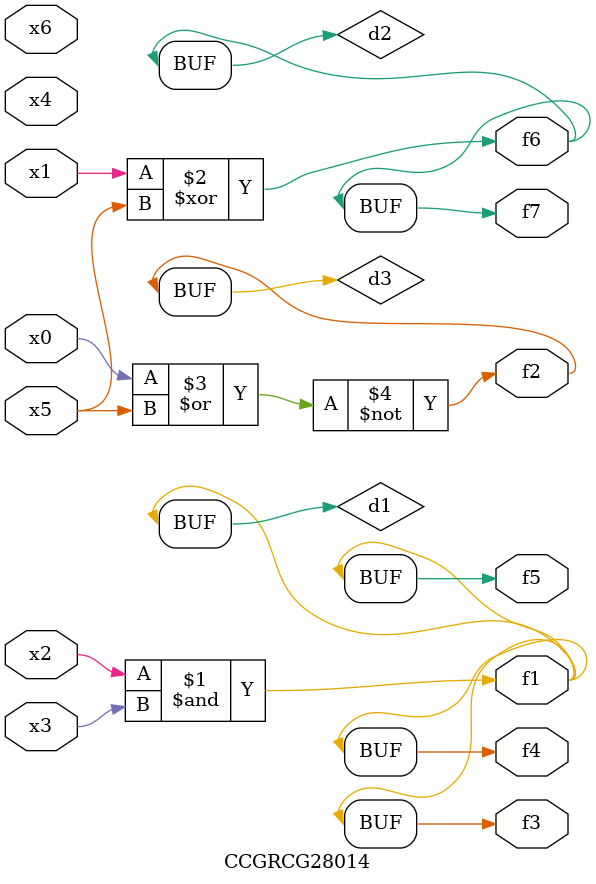
<source format=v>
module CCGRCG28014(
	input x0, x1, x2, x3, x4, x5, x6,
	output f1, f2, f3, f4, f5, f6, f7
);

	wire d1, d2, d3;

	and (d1, x2, x3);
	xor (d2, x1, x5);
	nor (d3, x0, x5);
	assign f1 = d1;
	assign f2 = d3;
	assign f3 = d1;
	assign f4 = d1;
	assign f5 = d1;
	assign f6 = d2;
	assign f7 = d2;
endmodule

</source>
